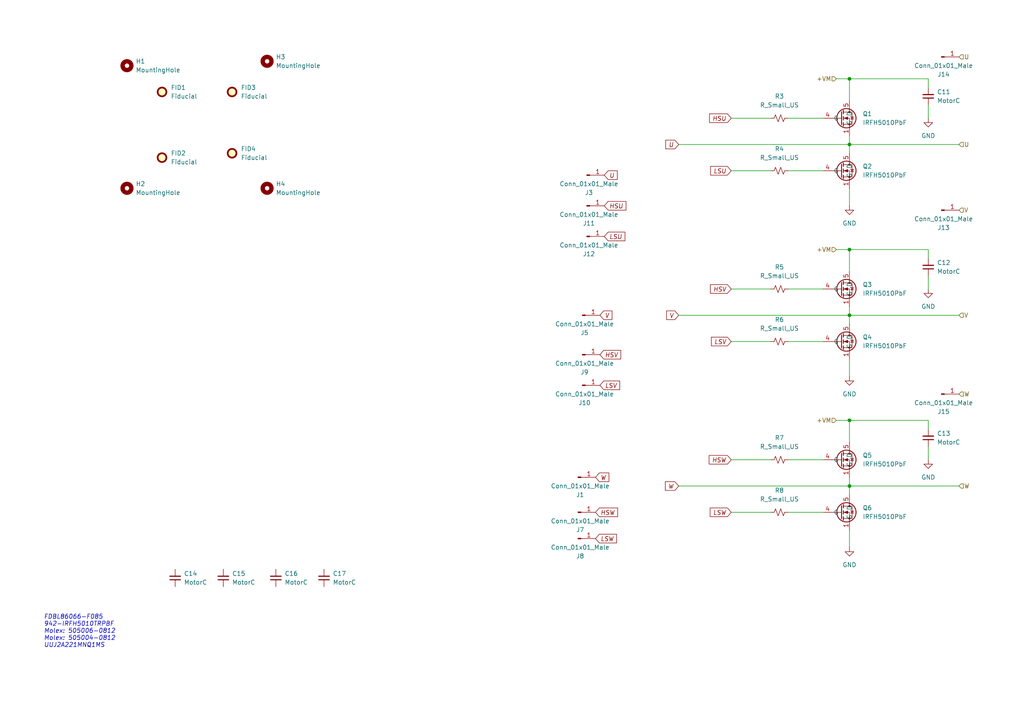
<source format=kicad_sch>
(kicad_sch (version 20211123) (generator eeschema)

  (uuid 3214f77f-0987-492e-82e5-c9d93f72314b)

  (paper "A4")

  (lib_symbols
    (symbol "Connector:Conn_01x01_Male" (pin_names (offset 1.016) hide) (in_bom yes) (on_board yes)
      (property "Reference" "J" (id 0) (at 0 2.54 0)
        (effects (font (size 1.27 1.27)))
      )
      (property "Value" "Conn_01x01_Male" (id 1) (at 0 -2.54 0)
        (effects (font (size 1.27 1.27)))
      )
      (property "Footprint" "" (id 2) (at 0 0 0)
        (effects (font (size 1.27 1.27)) hide)
      )
      (property "Datasheet" "~" (id 3) (at 0 0 0)
        (effects (font (size 1.27 1.27)) hide)
      )
      (property "ki_keywords" "connector" (id 4) (at 0 0 0)
        (effects (font (size 1.27 1.27)) hide)
      )
      (property "ki_description" "Generic connector, single row, 01x01, script generated (kicad-library-utils/schlib/autogen/connector/)" (id 5) (at 0 0 0)
        (effects (font (size 1.27 1.27)) hide)
      )
      (property "ki_fp_filters" "Connector*:*" (id 6) (at 0 0 0)
        (effects (font (size 1.27 1.27)) hide)
      )
      (symbol "Conn_01x01_Male_1_1"
        (polyline
          (pts
            (xy 1.27 0)
            (xy 0.8636 0)
          )
          (stroke (width 0.1524) (type default) (color 0 0 0 0))
          (fill (type none))
        )
        (rectangle (start 0.8636 0.127) (end 0 -0.127)
          (stroke (width 0.1524) (type default) (color 0 0 0 0))
          (fill (type outline))
        )
        (pin passive line (at 5.08 0 180) (length 3.81)
          (name "Pin_1" (effects (font (size 1.27 1.27))))
          (number "1" (effects (font (size 1.27 1.27))))
        )
      )
    )
    (symbol "Device:C_Small" (pin_numbers hide) (pin_names (offset 0.254) hide) (in_bom yes) (on_board yes)
      (property "Reference" "C" (id 0) (at 0.254 1.778 0)
        (effects (font (size 1.27 1.27)) (justify left))
      )
      (property "Value" "C_Small" (id 1) (at 0.254 -2.032 0)
        (effects (font (size 1.27 1.27)) (justify left))
      )
      (property "Footprint" "" (id 2) (at 0 0 0)
        (effects (font (size 1.27 1.27)) hide)
      )
      (property "Datasheet" "~" (id 3) (at 0 0 0)
        (effects (font (size 1.27 1.27)) hide)
      )
      (property "ki_keywords" "capacitor cap" (id 4) (at 0 0 0)
        (effects (font (size 1.27 1.27)) hide)
      )
      (property "ki_description" "Unpolarized capacitor, small symbol" (id 5) (at 0 0 0)
        (effects (font (size 1.27 1.27)) hide)
      )
      (property "ki_fp_filters" "C_*" (id 6) (at 0 0 0)
        (effects (font (size 1.27 1.27)) hide)
      )
      (symbol "C_Small_0_1"
        (polyline
          (pts
            (xy -1.524 -0.508)
            (xy 1.524 -0.508)
          )
          (stroke (width 0.3302) (type default) (color 0 0 0 0))
          (fill (type none))
        )
        (polyline
          (pts
            (xy -1.524 0.508)
            (xy 1.524 0.508)
          )
          (stroke (width 0.3048) (type default) (color 0 0 0 0))
          (fill (type none))
        )
      )
      (symbol "C_Small_1_1"
        (pin passive line (at 0 2.54 270) (length 2.032)
          (name "~" (effects (font (size 1.27 1.27))))
          (number "1" (effects (font (size 1.27 1.27))))
        )
        (pin passive line (at 0 -2.54 90) (length 2.032)
          (name "~" (effects (font (size 1.27 1.27))))
          (number "2" (effects (font (size 1.27 1.27))))
        )
      )
    )
    (symbol "Device:R_Small_US" (pin_numbers hide) (pin_names (offset 0.254) hide) (in_bom yes) (on_board yes)
      (property "Reference" "R" (id 0) (at 0.762 0.508 0)
        (effects (font (size 1.27 1.27)) (justify left))
      )
      (property "Value" "R_Small_US" (id 1) (at 0.762 -1.016 0)
        (effects (font (size 1.27 1.27)) (justify left))
      )
      (property "Footprint" "" (id 2) (at 0 0 0)
        (effects (font (size 1.27 1.27)) hide)
      )
      (property "Datasheet" "~" (id 3) (at 0 0 0)
        (effects (font (size 1.27 1.27)) hide)
      )
      (property "ki_keywords" "r resistor" (id 4) (at 0 0 0)
        (effects (font (size 1.27 1.27)) hide)
      )
      (property "ki_description" "Resistor, small US symbol" (id 5) (at 0 0 0)
        (effects (font (size 1.27 1.27)) hide)
      )
      (property "ki_fp_filters" "R_*" (id 6) (at 0 0 0)
        (effects (font (size 1.27 1.27)) hide)
      )
      (symbol "R_Small_US_1_1"
        (polyline
          (pts
            (xy 0 0)
            (xy 1.016 -0.381)
            (xy 0 -0.762)
            (xy -1.016 -1.143)
            (xy 0 -1.524)
          )
          (stroke (width 0) (type default) (color 0 0 0 0))
          (fill (type none))
        )
        (polyline
          (pts
            (xy 0 1.524)
            (xy 1.016 1.143)
            (xy 0 0.762)
            (xy -1.016 0.381)
            (xy 0 0)
          )
          (stroke (width 0) (type default) (color 0 0 0 0))
          (fill (type none))
        )
        (pin passive line (at 0 2.54 270) (length 1.016)
          (name "~" (effects (font (size 1.27 1.27))))
          (number "1" (effects (font (size 1.27 1.27))))
        )
        (pin passive line (at 0 -2.54 90) (length 1.016)
          (name "~" (effects (font (size 1.27 1.27))))
          (number "2" (effects (font (size 1.27 1.27))))
        )
      )
    )
    (symbol "IRFH5010PbF_1" (in_bom yes) (on_board yes)
      (property "Reference" "Q" (id 0) (at 1.27 16.51 0)
        (effects (font (size 1.27 1.27)))
      )
      (property "Value" "IRFH5010PbF_1" (id 1) (at 1.27 16.51 0)
        (effects (font (size 1.27 1.27)))
      )
      (property "Footprint" "" (id 2) (at 1.27 16.51 0)
        (effects (font (size 1.27 1.27)) hide)
      )
      (property "Datasheet" "" (id 3) (at 1.27 16.51 0)
        (effects (font (size 1.27 1.27)) hide)
      )
      (symbol "IRFH5010PbF_1_0_1"
        (polyline
          (pts
            (xy -1.016 0)
            (xy -3.81 0)
          )
          (stroke (width 0) (type default) (color 0 0 0 0))
          (fill (type none))
        )
        (polyline
          (pts
            (xy -1.016 1.905)
            (xy -1.016 -1.905)
          )
          (stroke (width 0.254) (type default) (color 0 0 0 0))
          (fill (type none))
        )
        (polyline
          (pts
            (xy -0.508 -1.27)
            (xy -0.508 -2.286)
          )
          (stroke (width 0.254) (type default) (color 0 0 0 0))
          (fill (type none))
        )
        (polyline
          (pts
            (xy -0.508 0.508)
            (xy -0.508 -0.508)
          )
          (stroke (width 0.254) (type default) (color 0 0 0 0))
          (fill (type none))
        )
        (polyline
          (pts
            (xy -0.508 2.286)
            (xy -0.508 1.27)
          )
          (stroke (width 0.254) (type default) (color 0 0 0 0))
          (fill (type none))
        )
        (polyline
          (pts
            (xy 1.27 2.54)
            (xy 1.27 1.778)
          )
          (stroke (width 0) (type default) (color 0 0 0 0))
          (fill (type none))
        )
        (polyline
          (pts
            (xy 1.27 -2.54)
            (xy 1.27 0)
            (xy -0.508 0)
          )
          (stroke (width 0) (type default) (color 0 0 0 0))
          (fill (type none))
        )
        (polyline
          (pts
            (xy -0.508 -1.778)
            (xy 2.032 -1.778)
            (xy 2.032 1.778)
            (xy -0.508 1.778)
          )
          (stroke (width 0) (type default) (color 0 0 0 0))
          (fill (type none))
        )
        (polyline
          (pts
            (xy -0.254 0)
            (xy 0.762 0.381)
            (xy 0.762 -0.381)
            (xy -0.254 0)
          )
          (stroke (width 0) (type default) (color 0 0 0 0))
          (fill (type outline))
        )
        (polyline
          (pts
            (xy 1.524 0.508)
            (xy 1.651 0.381)
            (xy 2.413 0.381)
            (xy 2.54 0.254)
          )
          (stroke (width 0) (type default) (color 0 0 0 0))
          (fill (type none))
        )
        (polyline
          (pts
            (xy 2.032 0.381)
            (xy 1.651 -0.254)
            (xy 2.413 -0.254)
            (xy 2.032 0.381)
          )
          (stroke (width 0) (type default) (color 0 0 0 0))
          (fill (type none))
        )
        (circle (center 0.381 0) (radius 2.794)
          (stroke (width 0.254) (type default) (color 0 0 0 0))
          (fill (type none))
        )
        (circle (center 1.27 -1.778) (radius 0.254)
          (stroke (width 0) (type default) (color 0 0 0 0))
          (fill (type outline))
        )
        (circle (center 1.27 1.778) (radius 0.254)
          (stroke (width 0) (type default) (color 0 0 0 0))
          (fill (type outline))
        )
      )
      (symbol "IRFH5010PbF_1_1_1"
        (pin passive line (at 1.27 -5.08 90) (length 2.54)
          (name "S" (effects (font (size 1.27 1.27))))
          (number "1" (effects (font (size 1.27 1.27))))
        )
        (pin input line (at -6.35 0 0) (length 2.54)
          (name "G" (effects (font (size 1.27 1.27))))
          (number "4" (effects (font (size 1.27 1.27))))
        )
        (pin passive line (at 1.27 5.08 270) (length 2.54)
          (name "D" (effects (font (size 1.27 1.27))))
          (number "5" (effects (font (size 1.27 1.27))))
        )
      )
    )
    (symbol "Mechanical:Fiducial" (in_bom yes) (on_board yes)
      (property "Reference" "FID" (id 0) (at 0 5.08 0)
        (effects (font (size 1.27 1.27)))
      )
      (property "Value" "Fiducial" (id 1) (at 0 3.175 0)
        (effects (font (size 1.27 1.27)))
      )
      (property "Footprint" "" (id 2) (at 0 0 0)
        (effects (font (size 1.27 1.27)) hide)
      )
      (property "Datasheet" "~" (id 3) (at 0 0 0)
        (effects (font (size 1.27 1.27)) hide)
      )
      (property "ki_keywords" "fiducial marker" (id 4) (at 0 0 0)
        (effects (font (size 1.27 1.27)) hide)
      )
      (property "ki_description" "Fiducial Marker" (id 5) (at 0 0 0)
        (effects (font (size 1.27 1.27)) hide)
      )
      (property "ki_fp_filters" "Fiducial*" (id 6) (at 0 0 0)
        (effects (font (size 1.27 1.27)) hide)
      )
      (symbol "Fiducial_0_1"
        (circle (center 0 0) (radius 1.27)
          (stroke (width 0.508) (type default) (color 0 0 0 0))
          (fill (type background))
        )
      )
    )
    (symbol "Mechanical:MountingHole" (pin_names (offset 1.016)) (in_bom yes) (on_board yes)
      (property "Reference" "H" (id 0) (at 0 5.08 0)
        (effects (font (size 1.27 1.27)))
      )
      (property "Value" "MountingHole" (id 1) (at 0 3.175 0)
        (effects (font (size 1.27 1.27)))
      )
      (property "Footprint" "" (id 2) (at 0 0 0)
        (effects (font (size 1.27 1.27)) hide)
      )
      (property "Datasheet" "~" (id 3) (at 0 0 0)
        (effects (font (size 1.27 1.27)) hide)
      )
      (property "ki_keywords" "mounting hole" (id 4) (at 0 0 0)
        (effects (font (size 1.27 1.27)) hide)
      )
      (property "ki_description" "Mounting Hole without connection" (id 5) (at 0 0 0)
        (effects (font (size 1.27 1.27)) hide)
      )
      (property "ki_fp_filters" "MountingHole*" (id 6) (at 0 0 0)
        (effects (font (size 1.27 1.27)) hide)
      )
      (symbol "MountingHole_0_1"
        (circle (center 0 0) (radius 1.27)
          (stroke (width 1.27) (type default) (color 0 0 0 0))
          (fill (type none))
        )
      )
    )
    (symbol "power:GND" (power) (pin_names (offset 0)) (in_bom yes) (on_board yes)
      (property "Reference" "#PWR" (id 0) (at 0 -6.35 0)
        (effects (font (size 1.27 1.27)) hide)
      )
      (property "Value" "GND" (id 1) (at 0 -3.81 0)
        (effects (font (size 1.27 1.27)))
      )
      (property "Footprint" "" (id 2) (at 0 0 0)
        (effects (font (size 1.27 1.27)) hide)
      )
      (property "Datasheet" "" (id 3) (at 0 0 0)
        (effects (font (size 1.27 1.27)) hide)
      )
      (property "ki_keywords" "power-flag" (id 4) (at 0 0 0)
        (effects (font (size 1.27 1.27)) hide)
      )
      (property "ki_description" "Power symbol creates a global label with name \"GND\" , ground" (id 5) (at 0 0 0)
        (effects (font (size 1.27 1.27)) hide)
      )
      (symbol "GND_0_1"
        (polyline
          (pts
            (xy 0 0)
            (xy 0 -1.27)
            (xy 1.27 -1.27)
            (xy 0 -2.54)
            (xy -1.27 -1.27)
            (xy 0 -1.27)
          )
          (stroke (width 0) (type default) (color 0 0 0 0))
          (fill (type none))
        )
      )
      (symbol "GND_1_1"
        (pin power_in line (at 0 0 270) (length 0) hide
          (name "GND" (effects (font (size 1.27 1.27))))
          (number "1" (effects (font (size 1.27 1.27))))
        )
      )
    )
  )

  (junction (at 246.38 41.91) (diameter 0) (color 0 0 0 0)
    (uuid 11e7db76-b89e-40f1-93d2-ba526fe14499)
  )
  (junction (at 246.38 91.44) (diameter 0) (color 0 0 0 0)
    (uuid 47314a0d-1c9b-45bc-9e08-b379a25805f0)
  )
  (junction (at 246.38 140.97) (diameter 0) (color 0 0 0 0)
    (uuid 96f5f297-bc86-42d9-a9cc-774a9f289d6b)
  )
  (junction (at 246.38 72.39) (diameter 0) (color 0 0 0 0)
    (uuid b07dc2e4-d48d-44e5-977d-0be387675b63)
  )
  (junction (at 246.38 121.92) (diameter 0) (color 0 0 0 0)
    (uuid b751a44c-44ac-4dc3-9a7f-a32cece4c42f)
  )
  (junction (at 246.38 22.86) (diameter 0) (color 0 0 0 0)
    (uuid d2d1929c-2a9f-4e0e-a3db-05696eaa2a1c)
  )

  (wire (pts (xy 246.38 121.92) (xy 269.24 121.92))
    (stroke (width 0) (type default) (color 0 0 0 0))
    (uuid 0657a492-8c40-472a-8556-a740579dc0b0)
  )
  (wire (pts (xy 196.85 41.91) (xy 246.38 41.91))
    (stroke (width 0) (type default) (color 0 0 0 0))
    (uuid 0bc61850-6a3e-40ca-9815-00e78216e981)
  )
  (wire (pts (xy 212.09 83.82) (xy 223.52 83.82))
    (stroke (width 0) (type default) (color 0 0 0 0))
    (uuid 0e34dd7b-9738-408e-b72a-c687d27678ec)
  )
  (wire (pts (xy 242.57 121.92) (xy 246.38 121.92))
    (stroke (width 0) (type default) (color 0 0 0 0))
    (uuid 0fc13000-e886-4e75-afb2-7d224fde5c7a)
  )
  (wire (pts (xy 246.38 140.97) (xy 246.38 143.51))
    (stroke (width 0) (type default) (color 0 0 0 0))
    (uuid 1007f395-f6ef-4937-b79f-a56a64e4651c)
  )
  (wire (pts (xy 228.6 133.35) (xy 238.76 133.35))
    (stroke (width 0) (type default) (color 0 0 0 0))
    (uuid 1289c094-d17e-497a-87f1-b8474681c4d1)
  )
  (wire (pts (xy 246.38 54.61) (xy 246.38 59.69))
    (stroke (width 0) (type default) (color 0 0 0 0))
    (uuid 2bd70a41-2c76-4bf5-a183-e2f5e6f837b5)
  )
  (wire (pts (xy 269.24 129.54) (xy 269.24 133.35))
    (stroke (width 0) (type default) (color 0 0 0 0))
    (uuid 3c40ea19-0121-4951-a323-f8f4ece34e99)
  )
  (wire (pts (xy 246.38 41.91) (xy 278.13 41.91))
    (stroke (width 0) (type default) (color 0 0 0 0))
    (uuid 433ce07e-4393-4e45-9f55-bfea7dd58b94)
  )
  (wire (pts (xy 246.38 138.43) (xy 246.38 140.97))
    (stroke (width 0) (type default) (color 0 0 0 0))
    (uuid 4c611cf5-d73f-4c73-bf45-3277951a72b8)
  )
  (wire (pts (xy 269.24 80.01) (xy 269.24 83.82))
    (stroke (width 0) (type default) (color 0 0 0 0))
    (uuid 5f8a0e8f-b464-43f6-b044-75a594af533b)
  )
  (wire (pts (xy 246.38 121.92) (xy 246.38 128.27))
    (stroke (width 0) (type default) (color 0 0 0 0))
    (uuid 6fa76265-8d72-42a0-ad89-7beb67fdd15e)
  )
  (wire (pts (xy 242.57 22.86) (xy 246.38 22.86))
    (stroke (width 0) (type default) (color 0 0 0 0))
    (uuid 70172881-8a8d-41bf-8b07-bceb43327f30)
  )
  (wire (pts (xy 269.24 22.86) (xy 269.24 25.4))
    (stroke (width 0) (type default) (color 0 0 0 0))
    (uuid 7109721c-0818-4a63-889a-57e778e397b5)
  )
  (wire (pts (xy 246.38 72.39) (xy 269.24 72.39))
    (stroke (width 0) (type default) (color 0 0 0 0))
    (uuid 74d2fa96-eb9c-4a25-8589-3047ef61ea37)
  )
  (wire (pts (xy 212.09 148.59) (xy 223.52 148.59))
    (stroke (width 0) (type default) (color 0 0 0 0))
    (uuid 76cb9e64-11d6-4e56-89c0-77518baf4eae)
  )
  (wire (pts (xy 228.6 99.06) (xy 238.76 99.06))
    (stroke (width 0) (type default) (color 0 0 0 0))
    (uuid 7e3e7e3b-9a28-4b8a-a121-c2759d852fa7)
  )
  (wire (pts (xy 246.38 41.91) (xy 246.38 44.45))
    (stroke (width 0) (type default) (color 0 0 0 0))
    (uuid 85da042a-1ea9-42b3-ae58-bae4159a4311)
  )
  (wire (pts (xy 246.38 22.86) (xy 246.38 29.21))
    (stroke (width 0) (type default) (color 0 0 0 0))
    (uuid 90a34631-df95-48a5-b021-3fff16f58b77)
  )
  (wire (pts (xy 246.38 72.39) (xy 246.38 78.74))
    (stroke (width 0) (type default) (color 0 0 0 0))
    (uuid 94c88c16-b147-497b-af09-438bc9ae1cb9)
  )
  (wire (pts (xy 196.85 91.44) (xy 246.38 91.44))
    (stroke (width 0) (type default) (color 0 0 0 0))
    (uuid 94fefede-c0c0-4816-a197-5e59f60f3505)
  )
  (wire (pts (xy 246.38 91.44) (xy 246.38 93.98))
    (stroke (width 0) (type default) (color 0 0 0 0))
    (uuid 9fb5c717-ee93-493b-9673-7ab1f67ce13d)
  )
  (wire (pts (xy 228.6 49.53) (xy 238.76 49.53))
    (stroke (width 0) (type default) (color 0 0 0 0))
    (uuid a32021aa-f653-441f-90c5-6f81ab9cc023)
  )
  (wire (pts (xy 246.38 22.86) (xy 269.24 22.86))
    (stroke (width 0) (type default) (color 0 0 0 0))
    (uuid a710e71e-78d5-44cc-b5d9-7d3aaf5930dc)
  )
  (wire (pts (xy 246.38 39.37) (xy 246.38 41.91))
    (stroke (width 0) (type default) (color 0 0 0 0))
    (uuid a82d320e-b3fb-49ac-ad12-bb93e5f1d2e9)
  )
  (wire (pts (xy 212.09 133.35) (xy 223.52 133.35))
    (stroke (width 0) (type default) (color 0 0 0 0))
    (uuid a8c9b268-deed-431a-8f05-c1fe455ad3e3)
  )
  (wire (pts (xy 228.6 34.29) (xy 238.76 34.29))
    (stroke (width 0) (type default) (color 0 0 0 0))
    (uuid a9c7bf2b-5e7b-4fcb-8361-7c6062afa409)
  )
  (wire (pts (xy 269.24 121.92) (xy 269.24 124.46))
    (stroke (width 0) (type default) (color 0 0 0 0))
    (uuid ac388ced-c9c3-432c-bb7b-71d7a64a1df2)
  )
  (wire (pts (xy 246.38 104.14) (xy 246.38 109.22))
    (stroke (width 0) (type default) (color 0 0 0 0))
    (uuid b468f71c-4fbb-46ff-b9f3-e22bdfa596b7)
  )
  (wire (pts (xy 246.38 140.97) (xy 278.13 140.97))
    (stroke (width 0) (type default) (color 0 0 0 0))
    (uuid b5557f0f-046b-44e0-8c0b-afcc7331a809)
  )
  (wire (pts (xy 269.24 72.39) (xy 269.24 74.93))
    (stroke (width 0) (type default) (color 0 0 0 0))
    (uuid b5e87a8f-215e-41a5-b924-c4b7128556aa)
  )
  (wire (pts (xy 228.6 83.82) (xy 238.76 83.82))
    (stroke (width 0) (type default) (color 0 0 0 0))
    (uuid c6bce9bc-7b0b-4609-963c-33e6b9b4b24c)
  )
  (wire (pts (xy 246.38 91.44) (xy 278.13 91.44))
    (stroke (width 0) (type default) (color 0 0 0 0))
    (uuid d11d3114-10aa-4ee9-87a6-3894ced6f9dc)
  )
  (wire (pts (xy 212.09 49.53) (xy 223.52 49.53))
    (stroke (width 0) (type default) (color 0 0 0 0))
    (uuid de288cf6-3bcb-4817-8d87-37d9b6b84a18)
  )
  (wire (pts (xy 212.09 34.29) (xy 223.52 34.29))
    (stroke (width 0) (type default) (color 0 0 0 0))
    (uuid e34929be-df89-4480-911d-e2698e2f2477)
  )
  (wire (pts (xy 269.24 30.48) (xy 269.24 34.29))
    (stroke (width 0) (type default) (color 0 0 0 0))
    (uuid ead712a0-54d1-416b-968a-7aea991c9cf8)
  )
  (wire (pts (xy 246.38 88.9) (xy 246.38 91.44))
    (stroke (width 0) (type default) (color 0 0 0 0))
    (uuid f37bf867-1a71-4b7c-925f-c747106ce732)
  )
  (wire (pts (xy 246.38 153.67) (xy 246.38 158.75))
    (stroke (width 0) (type default) (color 0 0 0 0))
    (uuid f4065c7c-9bbd-48e9-9491-a63ed374013e)
  )
  (wire (pts (xy 196.85 140.97) (xy 246.38 140.97))
    (stroke (width 0) (type default) (color 0 0 0 0))
    (uuid f617a296-9dd1-403e-b505-eb0b0d8b7bd5)
  )
  (wire (pts (xy 242.57 72.39) (xy 246.38 72.39))
    (stroke (width 0) (type default) (color 0 0 0 0))
    (uuid f79310d2-e9c5-429a-8532-60924888da7a)
  )
  (wire (pts (xy 212.09 99.06) (xy 223.52 99.06))
    (stroke (width 0) (type default) (color 0 0 0 0))
    (uuid f7aef4e4-28b1-4fbb-89ee-efc7f9d06e2c)
  )
  (wire (pts (xy 228.6 148.59) (xy 238.76 148.59))
    (stroke (width 0) (type default) (color 0 0 0 0))
    (uuid f9aa14c6-ad70-47cf-900c-06a8642f16c8)
  )

  (text "FDBL86066-F085\n942-IRFH5010TRPBF\nMolex: 505006-0812\nMolex: 505004-0812\nUUJ2A221MNQ1MS\n"
    (at 12.7 187.96 0)
    (effects (font (size 1.27 1.27) italic) (justify left bottom))
    (uuid 40b9a7f1-b0fc-4af8-aaa8-77dcb64367c7)
  )

  (global_label "HSW" (shape input) (at 212.09 133.35 180) (fields_autoplaced)
    (effects (font (size 1.27 1.27) italic) (justify right))
    (uuid 0509bb6b-ada0-42dc-9efe-dd7868812a34)
    (property "Intersheet References" "${INTERSHEET_REFS}" (id 0) (at 205.4299 133.4294 0)
      (effects (font (size 1.27 1.27) italic) (justify right) hide)
    )
  )
  (global_label "LSV" (shape input) (at 212.09 99.06 180) (fields_autoplaced)
    (effects (font (size 1.27 1.27) italic) (justify right))
    (uuid 114f81a5-14ed-4d33-9872-1157ac6b3ec8)
    (property "Intersheet References" "${INTERSHEET_REFS}" (id 0) (at 206.0951 99.1394 0)
      (effects (font (size 1.27 1.27) italic) (justify right) hide)
    )
  )
  (global_label "LSW" (shape input) (at 172.72 156.21 0) (fields_autoplaced)
    (effects (font (size 1.27 1.27) italic) (justify left))
    (uuid 1c49a349-3930-4c90-8240-62086f8099f2)
    (property "Intersheet References" "${INTERSHEET_REFS}" (id 0) (at 179.0777 156.1306 0)
      (effects (font (size 1.27 1.27) italic) (justify left) hide)
    )
  )
  (global_label "U" (shape input) (at 196.85 41.91 180) (fields_autoplaced)
    (effects (font (size 1.27 1.27) italic) (justify right))
    (uuid 2bb75807-4f7d-41e3-9103-7a03c8632794)
    (property "Intersheet References" "${INTERSHEET_REFS}" (id 0) (at 192.8508 41.9894 0)
      (effects (font (size 1.27 1.27) italic) (justify right) hide)
    )
  )
  (global_label "W" (shape input) (at 172.72 138.43 0) (fields_autoplaced)
    (effects (font (size 1.27 1.27) italic) (justify left))
    (uuid 2edf3705-2eda-4bef-bfb6-539bb948f63b)
    (property "Intersheet References" "${INTERSHEET_REFS}" (id 0) (at 176.8401 138.3506 0)
      (effects (font (size 1.27 1.27) italic) (justify left) hide)
    )
  )
  (global_label "HSU" (shape input) (at 212.09 34.29 180) (fields_autoplaced)
    (effects (font (size 1.27 1.27) italic) (justify right))
    (uuid 38b0e256-7ab5-42c8-9eeb-5277e8612b49)
    (property "Intersheet References" "${INTERSHEET_REFS}" (id 0) (at 205.5508 34.3694 0)
      (effects (font (size 1.27 1.27) italic) (justify right) hide)
    )
  )
  (global_label "HSV" (shape input) (at 173.99 102.87 0) (fields_autoplaced)
    (effects (font (size 1.27 1.27) italic) (justify left))
    (uuid 48142eaa-7210-4390-91e8-e59685a2b4d4)
    (property "Intersheet References" "${INTERSHEET_REFS}" (id 0) (at 180.2873 102.7906 0)
      (effects (font (size 1.27 1.27) italic) (justify left) hide)
    )
  )
  (global_label "LSV" (shape input) (at 173.99 111.76 0) (fields_autoplaced)
    (effects (font (size 1.27 1.27) italic) (justify left))
    (uuid 668fc953-8c0c-4bd8-9ef7-16576de054cd)
    (property "Intersheet References" "${INTERSHEET_REFS}" (id 0) (at 179.9849 111.6806 0)
      (effects (font (size 1.27 1.27) italic) (justify left) hide)
    )
  )
  (global_label "LSU" (shape input) (at 212.09 49.53 180) (fields_autoplaced)
    (effects (font (size 1.27 1.27) italic) (justify right))
    (uuid 702243b5-4d40-4008-ab5b-a28ed79b5a1b)
    (property "Intersheet References" "${INTERSHEET_REFS}" (id 0) (at 205.8532 49.6094 0)
      (effects (font (size 1.27 1.27) italic) (justify right) hide)
    )
  )
  (global_label "V" (shape input) (at 196.85 91.44 180) (fields_autoplaced)
    (effects (font (size 1.27 1.27) italic) (justify right))
    (uuid 9af4f46a-469b-4401-a80b-56ddee34b98a)
    (property "Intersheet References" "${INTERSHEET_REFS}" (id 0) (at 193.0927 91.5194 0)
      (effects (font (size 1.27 1.27) italic) (justify right) hide)
    )
  )
  (global_label "LSU" (shape input) (at 175.26 68.58 0) (fields_autoplaced)
    (effects (font (size 1.27 1.27) italic) (justify left))
    (uuid ac3eb248-f907-46c0-9bca-68cf7bdbc826)
    (property "Intersheet References" "${INTERSHEET_REFS}" (id 0) (at 181.4968 68.5006 0)
      (effects (font (size 1.27 1.27) italic) (justify left) hide)
    )
  )
  (global_label "HSU" (shape input) (at 175.26 59.69 0) (fields_autoplaced)
    (effects (font (size 1.27 1.27) italic) (justify left))
    (uuid ac85aca2-bcf5-4b98-8f28-ea96725b0922)
    (property "Intersheet References" "${INTERSHEET_REFS}" (id 0) (at 181.7992 59.6106 0)
      (effects (font (size 1.27 1.27) italic) (justify left) hide)
    )
  )
  (global_label "U" (shape input) (at 175.26 50.8 0) (fields_autoplaced)
    (effects (font (size 1.27 1.27) italic) (justify left))
    (uuid c08833ff-df18-4354-bdaa-277033dc25e3)
    (property "Intersheet References" "${INTERSHEET_REFS}" (id 0) (at 179.2592 50.7206 0)
      (effects (font (size 1.27 1.27) italic) (justify left) hide)
    )
  )
  (global_label "LSW" (shape input) (at 212.09 148.59 180) (fields_autoplaced)
    (effects (font (size 1.27 1.27) italic) (justify right))
    (uuid d0d4e3dc-d756-42e2-8e89-dbbcd36c39a1)
    (property "Intersheet References" "${INTERSHEET_REFS}" (id 0) (at 205.7323 148.6694 0)
      (effects (font (size 1.27 1.27) italic) (justify right) hide)
    )
  )
  (global_label "V" (shape input) (at 173.99 91.44 0) (fields_autoplaced)
    (effects (font (size 1.27 1.27) italic) (justify left))
    (uuid d5ef87c8-ede8-48aa-b156-3ed9f16ffa5a)
    (property "Intersheet References" "${INTERSHEET_REFS}" (id 0) (at 177.7473 91.3606 0)
      (effects (font (size 1.27 1.27) italic) (justify left) hide)
    )
  )
  (global_label "HSV" (shape input) (at 212.09 83.82 180) (fields_autoplaced)
    (effects (font (size 1.27 1.27) italic) (justify right))
    (uuid e38a5233-3ea0-49d8-bf09-52f66c6773c3)
    (property "Intersheet References" "${INTERSHEET_REFS}" (id 0) (at 205.7927 83.8994 0)
      (effects (font (size 1.27 1.27) italic) (justify right) hide)
    )
  )
  (global_label "HSW" (shape input) (at 172.72 148.59 0) (fields_autoplaced)
    (effects (font (size 1.27 1.27) italic) (justify left))
    (uuid ec8aeedc-ff1f-44ab-8f6d-39dbe84fbcb9)
    (property "Intersheet References" "${INTERSHEET_REFS}" (id 0) (at 179.3801 148.5106 0)
      (effects (font (size 1.27 1.27) italic) (justify left) hide)
    )
  )
  (global_label "W" (shape input) (at 196.85 140.97 180) (fields_autoplaced)
    (effects (font (size 1.27 1.27) italic) (justify right))
    (uuid ef0d4a6d-0970-4337-8e7e-aa87a16fefe0)
    (property "Intersheet References" "${INTERSHEET_REFS}" (id 0) (at 192.7299 141.0494 0)
      (effects (font (size 1.27 1.27) italic) (justify right) hide)
    )
  )

  (hierarchical_label "V" (shape input) (at 278.13 91.44 0)
    (effects (font (size 1.27 1.27)) (justify left))
    (uuid 472cafaf-f929-47eb-a786-9bf19f5f513f)
  )
  (hierarchical_label "+VM" (shape input) (at 242.57 72.39 180)
    (effects (font (size 1.27 1.27)) (justify right))
    (uuid 56a2233b-c787-4074-beb1-546f21a1e82f)
  )
  (hierarchical_label "U" (shape input) (at 278.13 41.91 0)
    (effects (font (size 1.27 1.27)) (justify left))
    (uuid 5d91bb44-094e-4e77-aede-55562a5469ce)
  )
  (hierarchical_label "W" (shape input) (at 278.13 114.3 0)
    (effects (font (size 1.27 1.27)) (justify left))
    (uuid 70890396-2112-4ee6-bec2-c9f0a469b36b)
  )
  (hierarchical_label "V" (shape input) (at 278.13 60.96 0)
    (effects (font (size 1.27 1.27)) (justify left))
    (uuid 785dba5a-38c4-448b-a651-794b80dce0cb)
  )
  (hierarchical_label "W" (shape input) (at 278.13 140.97 0)
    (effects (font (size 1.27 1.27)) (justify left))
    (uuid b37c9f91-d25c-4960-8f3d-909cbd389d89)
  )
  (hierarchical_label "+VM" (shape input) (at 242.57 121.92 180)
    (effects (font (size 1.27 1.27)) (justify right))
    (uuid c2b063e4-639e-4c36-ba18-4733f7344457)
  )
  (hierarchical_label "U" (shape input) (at 278.13 16.51 0)
    (effects (font (size 1.27 1.27)) (justify left))
    (uuid cb6ff50c-5836-4400-a831-d41cdd0a35a2)
  )
  (hierarchical_label "+VM" (shape input) (at 242.57 22.86 180)
    (effects (font (size 1.27 1.27)) (justify right))
    (uuid e551b681-2a42-4888-8f67-67e006998577)
  )

  (symbol (lib_id "Connector:Conn_01x01_Male") (at 273.05 16.51 0) (unit 1)
    (in_bom yes) (on_board yes) (fields_autoplaced)
    (uuid 0489d588-ce62-40ae-97ee-1aa4f240bc3a)
    (property "Reference" "J14" (id 0) (at 273.685 21.59 0))
    (property "Value" "Conn_01x01_Male" (id 1) (at 273.685 19.05 0))
    (property "Footprint" "Connector_Wire:SolderWirePad_1x01_SMD_5x10mm" (id 2) (at 273.05 16.51 0)
      (effects (font (size 1.27 1.27)) hide)
    )
    (property "Datasheet" "~" (id 3) (at 273.05 16.51 0)
      (effects (font (size 1.27 1.27)) hide)
    )
    (pin "1" (uuid 7a6813c0-1ec3-4e79-991f-d0e3cef98494))
  )

  (symbol (lib_id "Mechanical:Fiducial") (at 67.31 26.67 0) (unit 1)
    (in_bom yes) (on_board yes) (fields_autoplaced)
    (uuid 0864ce7e-b567-4ba2-a1fc-94615b34b5c9)
    (property "Reference" "FID3" (id 0) (at 69.85 25.3999 0)
      (effects (font (size 1.27 1.27)) (justify left))
    )
    (property "Value" "Fiducial" (id 1) (at 69.85 27.9399 0)
      (effects (font (size 1.27 1.27)) (justify left))
    )
    (property "Footprint" "Fiducial:Fiducial_0.5mm_Mask1mm" (id 2) (at 67.31 26.67 0)
      (effects (font (size 1.27 1.27)) hide)
    )
    (property "Datasheet" "~" (id 3) (at 67.31 26.67 0)
      (effects (font (size 1.27 1.27)) hide)
    )
  )

  (symbol (lib_id "Connector:Conn_01x01_Male") (at 168.91 91.44 0) (unit 1)
    (in_bom yes) (on_board yes) (fields_autoplaced)
    (uuid 18b07ff6-1de1-459e-b1b4-07fba01919c7)
    (property "Reference" "J5" (id 0) (at 169.545 96.52 0))
    (property "Value" "Conn_01x01_Male" (id 1) (at 169.545 93.98 0))
    (property "Footprint" "Connector_Wire:SolderWirePad_1x01_SMD_1x2mm" (id 2) (at 168.91 91.44 0)
      (effects (font (size 1.27 1.27)) hide)
    )
    (property "Datasheet" "~" (id 3) (at 168.91 91.44 0)
      (effects (font (size 1.27 1.27)) hide)
    )
    (pin "1" (uuid 3efcf1e6-f26f-488f-9a24-1986d771e52a))
  )

  (symbol (lib_id "Device:C_Small") (at 269.24 77.47 180) (unit 1)
    (in_bom yes) (on_board yes) (fields_autoplaced)
    (uuid 1e47391b-0cd5-40f8-9413-ac5e7894cdc9)
    (property "Reference" "C12" (id 0) (at 271.78 76.1935 0)
      (effects (font (size 1.27 1.27)) (justify right))
    )
    (property "Value" "MotorC" (id 1) (at 271.78 78.7335 0)
      (effects (font (size 1.27 1.27)) (justify right))
    )
    (property "Footprint" "Capacitor_SMD:C_1812_4532Metric" (id 2) (at 269.24 77.47 0)
      (effects (font (size 1.27 1.27)) hide)
    )
    (property "Datasheet" "~" (id 3) (at 269.24 77.47 0)
      (effects (font (size 1.27 1.27)) hide)
    )
    (pin "1" (uuid 6c3cb4f2-a1b2-413e-b408-2a1c6678ab7f))
    (pin "2" (uuid 03f8d5c4-4ec9-4cc7-830d-78c9d729e751))
  )

  (symbol (lib_id "power:GND") (at 246.38 59.69 0) (unit 1)
    (in_bom yes) (on_board yes) (fields_autoplaced)
    (uuid 260659f3-23ec-45b9-b93e-380772ab7aa6)
    (property "Reference" "#PWR09" (id 0) (at 246.38 66.04 0)
      (effects (font (size 1.27 1.27)) hide)
    )
    (property "Value" "GND" (id 1) (at 246.38 64.77 0))
    (property "Footprint" "" (id 2) (at 246.38 59.69 0)
      (effects (font (size 1.27 1.27)) hide)
    )
    (property "Datasheet" "" (id 3) (at 246.38 59.69 0)
      (effects (font (size 1.27 1.27)) hide)
    )
    (pin "1" (uuid a6060ec9-6b35-4581-8e10-0bc1bbcf8423))
  )

  (symbol (lib_id "Device:R_Small_US") (at 226.06 148.59 90) (unit 1)
    (in_bom yes) (on_board yes) (fields_autoplaced)
    (uuid 277ceead-f68b-414f-99d2-fbc8f05a687f)
    (property "Reference" "R8" (id 0) (at 226.06 142.24 90))
    (property "Value" "R_Small_US" (id 1) (at 226.06 144.78 90))
    (property "Footprint" "Resistor_SMD:R_0603_1608Metric" (id 2) (at 226.06 148.59 0)
      (effects (font (size 1.27 1.27)) hide)
    )
    (property "Datasheet" "~" (id 3) (at 226.06 148.59 0)
      (effects (font (size 1.27 1.27)) hide)
    )
    (pin "1" (uuid d6af4efa-6724-40f4-a11c-b71373e61a95))
    (pin "2" (uuid 951446d6-a5a3-4434-bab5-b9651a6a991f))
  )

  (symbol (lib_id "Device:C_Small") (at 50.8 167.64 180) (unit 1)
    (in_bom yes) (on_board yes) (fields_autoplaced)
    (uuid 2883885e-cbc7-4fb4-8c01-64dc2d3be432)
    (property "Reference" "C14" (id 0) (at 53.34 166.3635 0)
      (effects (font (size 1.27 1.27)) (justify right))
    )
    (property "Value" "MotorC" (id 1) (at 53.34 168.9035 0)
      (effects (font (size 1.27 1.27)) (justify right))
    )
    (property "Footprint" "Capacitor_SMD:C_Elec_8x5.4" (id 2) (at 50.8 167.64 0)
      (effects (font (size 1.27 1.27)) hide)
    )
    (property "Datasheet" "~" (id 3) (at 50.8 167.64 0)
      (effects (font (size 1.27 1.27)) hide)
    )
    (pin "1" (uuid 4e80e8e7-d69b-4a67-8527-c1857cd696aa))
    (pin "2" (uuid 24c6b8aa-f62b-47ab-a583-0f125ffe91c0))
  )

  (symbol (lib_id "Device:R_Small_US") (at 226.06 99.06 90) (unit 1)
    (in_bom yes) (on_board yes) (fields_autoplaced)
    (uuid 29d15072-494e-40ac-a4db-8c106a056732)
    (property "Reference" "R6" (id 0) (at 226.06 92.71 90))
    (property "Value" "R_Small_US" (id 1) (at 226.06 95.25 90))
    (property "Footprint" "Resistor_SMD:R_0603_1608Metric" (id 2) (at 226.06 99.06 0)
      (effects (font (size 1.27 1.27)) hide)
    )
    (property "Datasheet" "~" (id 3) (at 226.06 99.06 0)
      (effects (font (size 1.27 1.27)) hide)
    )
    (pin "1" (uuid 55c1985a-da4b-4725-897d-350bceb0cbcd))
    (pin "2" (uuid 324d91d0-e049-41dc-a40f-7859bb8a637e))
  )

  (symbol (lib_name "IRFH5010PbF_1") (lib_id "SiFOCR:IRFH5010PbF") (at 245.11 133.35 0) (unit 1)
    (in_bom yes) (on_board yes) (fields_autoplaced)
    (uuid 2b7fdf82-b869-4563-bf0a-ceb1cb6dfbb8)
    (property "Reference" "Q5" (id 0) (at 250.19 132.0799 0)
      (effects (font (size 1.27 1.27)) (justify left))
    )
    (property "Value" "IRFH5010PbF" (id 1) (at 250.19 134.6199 0)
      (effects (font (size 1.27 1.27)) (justify left))
    )
    (property "Footprint" "SiFOCR:IRFH5010PbF" (id 2) (at 246.38 116.84 0)
      (effects (font (size 1.27 1.27)) hide)
    )
    (property "Datasheet" "" (id 3) (at 246.38 116.84 0)
      (effects (font (size 1.27 1.27)) hide)
    )
    (pin "1" (uuid afc2b7a6-3638-4236-9c50-45cb449bf202))
    (pin "4" (uuid eb0e74c4-3202-49ab-9ef3-b2e8ea7aea60))
    (pin "5" (uuid 2ba0a075-674e-43b4-a9ae-c751ad676fa1))
  )

  (symbol (lib_id "Connector:Conn_01x01_Male") (at 167.64 156.21 0) (unit 1)
    (in_bom yes) (on_board yes) (fields_autoplaced)
    (uuid 2e7a1403-2513-4579-b436-f6934aaa9ce0)
    (property "Reference" "J8" (id 0) (at 168.275 161.29 0))
    (property "Value" "Conn_01x01_Male" (id 1) (at 168.275 158.75 0))
    (property "Footprint" "Connector_Wire:SolderWirePad_1x01_SMD_1x2mm" (id 2) (at 167.64 156.21 0)
      (effects (font (size 1.27 1.27)) hide)
    )
    (property "Datasheet" "~" (id 3) (at 167.64 156.21 0)
      (effects (font (size 1.27 1.27)) hide)
    )
    (pin "1" (uuid 88a3646d-30a5-4ea8-b07e-c36fa6fb91f7))
  )

  (symbol (lib_id "power:GND") (at 246.38 109.22 0) (unit 1)
    (in_bom yes) (on_board yes) (fields_autoplaced)
    (uuid 34a2b52a-85cf-407c-b2ea-1e1bf989f4ff)
    (property "Reference" "#PWR010" (id 0) (at 246.38 115.57 0)
      (effects (font (size 1.27 1.27)) hide)
    )
    (property "Value" "GND" (id 1) (at 246.38 114.3 0))
    (property "Footprint" "" (id 2) (at 246.38 109.22 0)
      (effects (font (size 1.27 1.27)) hide)
    )
    (property "Datasheet" "" (id 3) (at 246.38 109.22 0)
      (effects (font (size 1.27 1.27)) hide)
    )
    (pin "1" (uuid 7084f64a-bde6-40de-949e-8cf2539a9ff1))
  )

  (symbol (lib_id "Mechanical:Fiducial") (at 46.99 45.72 0) (unit 1)
    (in_bom yes) (on_board yes) (fields_autoplaced)
    (uuid 34f69a53-5dc4-481d-b5ca-56f5a1c4d421)
    (property "Reference" "FID2" (id 0) (at 49.53 44.4499 0)
      (effects (font (size 1.27 1.27)) (justify left))
    )
    (property "Value" "Fiducial" (id 1) (at 49.53 46.9899 0)
      (effects (font (size 1.27 1.27)) (justify left))
    )
    (property "Footprint" "Fiducial:Fiducial_0.5mm_Mask1mm" (id 2) (at 46.99 45.72 0)
      (effects (font (size 1.27 1.27)) hide)
    )
    (property "Datasheet" "~" (id 3) (at 46.99 45.72 0)
      (effects (font (size 1.27 1.27)) hide)
    )
  )

  (symbol (lib_id "power:GND") (at 269.24 34.29 0) (unit 1)
    (in_bom yes) (on_board yes) (fields_autoplaced)
    (uuid 406a2a54-5f92-458d-8e59-7f25da017a69)
    (property "Reference" "#PWR012" (id 0) (at 269.24 40.64 0)
      (effects (font (size 1.27 1.27)) hide)
    )
    (property "Value" "GND" (id 1) (at 269.24 39.37 0))
    (property "Footprint" "" (id 2) (at 269.24 34.29 0)
      (effects (font (size 1.27 1.27)) hide)
    )
    (property "Datasheet" "" (id 3) (at 269.24 34.29 0)
      (effects (font (size 1.27 1.27)) hide)
    )
    (pin "1" (uuid da2bb33e-3cbe-4fbb-880c-2375a02e66f0))
  )

  (symbol (lib_id "Device:C_Small") (at 93.98 167.64 180) (unit 1)
    (in_bom yes) (on_board yes) (fields_autoplaced)
    (uuid 4b6088f9-74e4-4c6f-8074-21e3ce3148a8)
    (property "Reference" "C17" (id 0) (at 96.52 166.3635 0)
      (effects (font (size 1.27 1.27)) (justify right))
    )
    (property "Value" "MotorC" (id 1) (at 96.52 168.9035 0)
      (effects (font (size 1.27 1.27)) (justify right))
    )
    (property "Footprint" "Capacitor_SMD:C_Elec_8x5.4" (id 2) (at 93.98 167.64 0)
      (effects (font (size 1.27 1.27)) hide)
    )
    (property "Datasheet" "~" (id 3) (at 93.98 167.64 0)
      (effects (font (size 1.27 1.27)) hide)
    )
    (pin "1" (uuid b9e2edcb-4a7a-4430-94ce-ff9eb798b282))
    (pin "2" (uuid 70a9ff13-9eef-4fc7-92bc-1ae0da273eaa))
  )

  (symbol (lib_id "Device:R_Small_US") (at 226.06 49.53 90) (unit 1)
    (in_bom yes) (on_board yes) (fields_autoplaced)
    (uuid 505bd64b-c502-4cc3-854f-deb323049d8d)
    (property "Reference" "R4" (id 0) (at 226.06 43.18 90))
    (property "Value" "R_Small_US" (id 1) (at 226.06 45.72 90))
    (property "Footprint" "Resistor_SMD:R_0603_1608Metric" (id 2) (at 226.06 49.53 0)
      (effects (font (size 1.27 1.27)) hide)
    )
    (property "Datasheet" "~" (id 3) (at 226.06 49.53 0)
      (effects (font (size 1.27 1.27)) hide)
    )
    (pin "1" (uuid 5b44e55a-6d59-48b0-a202-d89f178f7a7e))
    (pin "2" (uuid d0dcdc26-d9a0-4039-a12e-b90dbc4b15a2))
  )

  (symbol (lib_id "Connector:Conn_01x01_Male") (at 170.18 59.69 0) (unit 1)
    (in_bom yes) (on_board yes) (fields_autoplaced)
    (uuid 5fb1def5-7ea8-49dc-b3a9-cbf9d869d607)
    (property "Reference" "J11" (id 0) (at 170.815 64.77 0))
    (property "Value" "Conn_01x01_Male" (id 1) (at 170.815 62.23 0))
    (property "Footprint" "Connector_Wire:SolderWirePad_1x01_SMD_1x2mm" (id 2) (at 170.18 59.69 0)
      (effects (font (size 1.27 1.27)) hide)
    )
    (property "Datasheet" "~" (id 3) (at 170.18 59.69 0)
      (effects (font (size 1.27 1.27)) hide)
    )
    (pin "1" (uuid 53ae646a-0584-409f-8655-1f0b68d31f5e))
  )

  (symbol (lib_id "Device:R_Small_US") (at 226.06 34.29 90) (unit 1)
    (in_bom yes) (on_board yes) (fields_autoplaced)
    (uuid 615ce9c4-c565-4c0d-ac1c-fafaddb743d3)
    (property "Reference" "R3" (id 0) (at 226.06 27.94 90))
    (property "Value" "R_Small_US" (id 1) (at 226.06 30.48 90))
    (property "Footprint" "Resistor_SMD:R_0603_1608Metric" (id 2) (at 226.06 34.29 0)
      (effects (font (size 1.27 1.27)) hide)
    )
    (property "Datasheet" "~" (id 3) (at 226.06 34.29 0)
      (effects (font (size 1.27 1.27)) hide)
    )
    (pin "1" (uuid 27e50ab7-c1eb-418d-8e46-c8e838bf714d))
    (pin "2" (uuid de146735-e875-4a7f-8668-11dfb90ca69d))
  )

  (symbol (lib_name "IRFH5010PbF_1") (lib_id "SiFOCR:IRFH5010PbF") (at 245.11 99.06 0) (unit 1)
    (in_bom yes) (on_board yes) (fields_autoplaced)
    (uuid 624dc2dc-d63d-4ae5-afea-dd6933048b9a)
    (property "Reference" "Q4" (id 0) (at 250.19 97.7899 0)
      (effects (font (size 1.27 1.27)) (justify left))
    )
    (property "Value" "IRFH5010PbF" (id 1) (at 250.19 100.3299 0)
      (effects (font (size 1.27 1.27)) (justify left))
    )
    (property "Footprint" "SiFOCR:IRFH5010PbF" (id 2) (at 246.38 82.55 0)
      (effects (font (size 1.27 1.27)) hide)
    )
    (property "Datasheet" "" (id 3) (at 246.38 82.55 0)
      (effects (font (size 1.27 1.27)) hide)
    )
    (pin "1" (uuid dd35ee89-daae-4325-95ab-dbe4d83e3e52))
    (pin "4" (uuid 957183f4-308c-48bb-802b-74e21f481424))
    (pin "5" (uuid e86cd041-80b3-4d54-af37-cdd22e514172))
  )

  (symbol (lib_id "Device:R_Small_US") (at 226.06 133.35 90) (unit 1)
    (in_bom yes) (on_board yes) (fields_autoplaced)
    (uuid 63db7e1f-db43-4448-ada5-9d1b53b591b3)
    (property "Reference" "R7" (id 0) (at 226.06 127 90))
    (property "Value" "R_Small_US" (id 1) (at 226.06 129.54 90))
    (property "Footprint" "Resistor_SMD:R_0603_1608Metric" (id 2) (at 226.06 133.35 0)
      (effects (font (size 1.27 1.27)) hide)
    )
    (property "Datasheet" "~" (id 3) (at 226.06 133.35 0)
      (effects (font (size 1.27 1.27)) hide)
    )
    (pin "1" (uuid c4155945-c79f-42c1-9bed-73b84e7fbc96))
    (pin "2" (uuid c5de9133-0515-4d20-b18b-185d3f1b813e))
  )

  (symbol (lib_id "Connector:Conn_01x01_Male") (at 170.18 68.58 0) (unit 1)
    (in_bom yes) (on_board yes) (fields_autoplaced)
    (uuid 6853df8c-3491-44d5-b69f-4ca9cbe94eed)
    (property "Reference" "J12" (id 0) (at 170.815 73.66 0))
    (property "Value" "Conn_01x01_Male" (id 1) (at 170.815 71.12 0))
    (property "Footprint" "Connector_Wire:SolderWirePad_1x01_SMD_1x2mm" (id 2) (at 170.18 68.58 0)
      (effects (font (size 1.27 1.27)) hide)
    )
    (property "Datasheet" "~" (id 3) (at 170.18 68.58 0)
      (effects (font (size 1.27 1.27)) hide)
    )
    (pin "1" (uuid 0c701839-e0c0-4ce3-9010-e6dcd5f568ca))
  )

  (symbol (lib_name "IRFH5010PbF_1") (lib_id "SiFOCR:IRFH5010PbF") (at 245.11 34.29 0) (unit 1)
    (in_bom yes) (on_board yes) (fields_autoplaced)
    (uuid 6b0d9556-65e8-45c5-af8b-8a910e889956)
    (property "Reference" "Q1" (id 0) (at 250.19 33.0199 0)
      (effects (font (size 1.27 1.27)) (justify left))
    )
    (property "Value" "IRFH5010PbF" (id 1) (at 250.19 35.5599 0)
      (effects (font (size 1.27 1.27)) (justify left))
    )
    (property "Footprint" "SiFOCR:IRFH5010PbF" (id 2) (at 246.38 17.78 0)
      (effects (font (size 1.27 1.27)) hide)
    )
    (property "Datasheet" "" (id 3) (at 246.38 17.78 0)
      (effects (font (size 1.27 1.27)) hide)
    )
    (pin "1" (uuid 865d49d5-39bd-4039-b1f7-1a5e68bb99d5))
    (pin "4" (uuid 69f39f0e-eab2-4c84-a9a5-9777bcc1ad6c))
    (pin "5" (uuid 72c89e85-fee8-4466-b9aa-c39a53c2fb76))
  )

  (symbol (lib_id "power:GND") (at 269.24 133.35 0) (unit 1)
    (in_bom yes) (on_board yes) (fields_autoplaced)
    (uuid 6d5876ab-24ae-4a62-b18a-6ec4ed12c5b7)
    (property "Reference" "#PWR014" (id 0) (at 269.24 139.7 0)
      (effects (font (size 1.27 1.27)) hide)
    )
    (property "Value" "GND" (id 1) (at 269.24 138.43 0))
    (property "Footprint" "" (id 2) (at 269.24 133.35 0)
      (effects (font (size 1.27 1.27)) hide)
    )
    (property "Datasheet" "" (id 3) (at 269.24 133.35 0)
      (effects (font (size 1.27 1.27)) hide)
    )
    (pin "1" (uuid c47c2ee0-e133-4539-b92c-743223a2ab00))
  )

  (symbol (lib_id "Device:C_Small") (at 64.77 167.64 180) (unit 1)
    (in_bom yes) (on_board yes) (fields_autoplaced)
    (uuid 706a28de-db4d-45af-904f-d7d7959b798c)
    (property "Reference" "C15" (id 0) (at 67.31 166.3635 0)
      (effects (font (size 1.27 1.27)) (justify right))
    )
    (property "Value" "MotorC" (id 1) (at 67.31 168.9035 0)
      (effects (font (size 1.27 1.27)) (justify right))
    )
    (property "Footprint" "Capacitor_SMD:C_Elec_8x5.4" (id 2) (at 64.77 167.64 0)
      (effects (font (size 1.27 1.27)) hide)
    )
    (property "Datasheet" "~" (id 3) (at 64.77 167.64 0)
      (effects (font (size 1.27 1.27)) hide)
    )
    (pin "1" (uuid 2e8ae436-56e4-47c8-83a5-e6eba94d64d2))
    (pin "2" (uuid 77bb211d-0519-4309-97be-60b26f1fffd8))
  )

  (symbol (lib_id "Device:C_Small") (at 269.24 27.94 180) (unit 1)
    (in_bom yes) (on_board yes) (fields_autoplaced)
    (uuid 78b99046-fbb0-4de7-ac91-66c26e194096)
    (property "Reference" "C11" (id 0) (at 271.78 26.6635 0)
      (effects (font (size 1.27 1.27)) (justify right))
    )
    (property "Value" "MotorC" (id 1) (at 271.78 29.2035 0)
      (effects (font (size 1.27 1.27)) (justify right))
    )
    (property "Footprint" "Capacitor_SMD:C_1812_4532Metric" (id 2) (at 269.24 27.94 0)
      (effects (font (size 1.27 1.27)) hide)
    )
    (property "Datasheet" "~" (id 3) (at 269.24 27.94 0)
      (effects (font (size 1.27 1.27)) hide)
    )
    (pin "1" (uuid 88f79773-b99d-418b-aa43-11bb3cf86688))
    (pin "2" (uuid 2aaf9e7c-1a1d-4a9a-8f83-f27e101913c4))
  )

  (symbol (lib_id "Mechanical:Fiducial") (at 46.99 26.67 0) (unit 1)
    (in_bom yes) (on_board yes) (fields_autoplaced)
    (uuid 7ad660e4-1dec-4a27-9b22-ba140e72223c)
    (property "Reference" "FID1" (id 0) (at 49.53 25.3999 0)
      (effects (font (size 1.27 1.27)) (justify left))
    )
    (property "Value" "Fiducial" (id 1) (at 49.53 27.9399 0)
      (effects (font (size 1.27 1.27)) (justify left))
    )
    (property "Footprint" "Fiducial:Fiducial_0.5mm_Mask1mm" (id 2) (at 46.99 26.67 0)
      (effects (font (size 1.27 1.27)) hide)
    )
    (property "Datasheet" "~" (id 3) (at 46.99 26.67 0)
      (effects (font (size 1.27 1.27)) hide)
    )
  )

  (symbol (lib_name "IRFH5010PbF_1") (lib_id "SiFOCR:IRFH5010PbF") (at 245.11 148.59 0) (unit 1)
    (in_bom yes) (on_board yes) (fields_autoplaced)
    (uuid 7f8117a3-10c7-4d26-828e-8ab7dbb01458)
    (property "Reference" "Q6" (id 0) (at 250.19 147.3199 0)
      (effects (font (size 1.27 1.27)) (justify left))
    )
    (property "Value" "IRFH5010PbF" (id 1) (at 250.19 149.8599 0)
      (effects (font (size 1.27 1.27)) (justify left))
    )
    (property "Footprint" "SiFOCR:IRFH5010PbF" (id 2) (at 246.38 132.08 0)
      (effects (font (size 1.27 1.27)) hide)
    )
    (property "Datasheet" "" (id 3) (at 246.38 132.08 0)
      (effects (font (size 1.27 1.27)) hide)
    )
    (pin "1" (uuid e24036dd-86f4-41d5-8f41-376eebcc32ff))
    (pin "4" (uuid 3ffd3a93-ebc4-4c88-a288-efac2b2a6ac4))
    (pin "5" (uuid 34882d6c-8fc4-4a3d-8543-d3464e2b30eb))
  )

  (symbol (lib_id "Mechanical:MountingHole") (at 36.83 19.05 0) (unit 1)
    (in_bom yes) (on_board yes) (fields_autoplaced)
    (uuid 8356f58b-c2ab-49b1-a521-ea270311a36d)
    (property "Reference" "H1" (id 0) (at 39.37 17.7799 0)
      (effects (font (size 1.27 1.27)) (justify left))
    )
    (property "Value" "MountingHole" (id 1) (at 39.37 20.3199 0)
      (effects (font (size 1.27 1.27)) (justify left))
    )
    (property "Footprint" "MountingHole:MountingHole_2.7mm_M2.5" (id 2) (at 36.83 19.05 0)
      (effects (font (size 1.27 1.27)) hide)
    )
    (property "Datasheet" "~" (id 3) (at 36.83 19.05 0)
      (effects (font (size 1.27 1.27)) hide)
    )
  )

  (symbol (lib_id "power:GND") (at 269.24 83.82 0) (unit 1)
    (in_bom yes) (on_board yes) (fields_autoplaced)
    (uuid 8a48e69c-426d-4262-9bdd-2719bc53c00e)
    (property "Reference" "#PWR013" (id 0) (at 269.24 90.17 0)
      (effects (font (size 1.27 1.27)) hide)
    )
    (property "Value" "GND" (id 1) (at 269.24 88.9 0))
    (property "Footprint" "" (id 2) (at 269.24 83.82 0)
      (effects (font (size 1.27 1.27)) hide)
    )
    (property "Datasheet" "" (id 3) (at 269.24 83.82 0)
      (effects (font (size 1.27 1.27)) hide)
    )
    (pin "1" (uuid 5cbf02e7-81da-4112-a10d-540f898f5fb8))
  )

  (symbol (lib_id "Connector:Conn_01x01_Male") (at 168.91 102.87 0) (unit 1)
    (in_bom yes) (on_board yes) (fields_autoplaced)
    (uuid 8db3622e-0f6a-42f8-a4ab-85b1a427b80e)
    (property "Reference" "J9" (id 0) (at 169.545 107.95 0))
    (property "Value" "Conn_01x01_Male" (id 1) (at 169.545 105.41 0))
    (property "Footprint" "Connector_Wire:SolderWirePad_1x01_SMD_1x2mm" (id 2) (at 168.91 102.87 0)
      (effects (font (size 1.27 1.27)) hide)
    )
    (property "Datasheet" "~" (id 3) (at 168.91 102.87 0)
      (effects (font (size 1.27 1.27)) hide)
    )
    (pin "1" (uuid 00fa8725-987f-4a1b-a8fb-edf63b404004))
  )

  (symbol (lib_id "Mechanical:Fiducial") (at 67.31 44.45 0) (unit 1)
    (in_bom yes) (on_board yes) (fields_autoplaced)
    (uuid 8dc5ff95-44ac-4648-8938-8bd5873f3e5e)
    (property "Reference" "FID4" (id 0) (at 69.85 43.1799 0)
      (effects (font (size 1.27 1.27)) (justify left))
    )
    (property "Value" "Fiducial" (id 1) (at 69.85 45.7199 0)
      (effects (font (size 1.27 1.27)) (justify left))
    )
    (property "Footprint" "Fiducial:Fiducial_0.5mm_Mask1mm" (id 2) (at 67.31 44.45 0)
      (effects (font (size 1.27 1.27)) hide)
    )
    (property "Datasheet" "~" (id 3) (at 67.31 44.45 0)
      (effects (font (size 1.27 1.27)) hide)
    )
  )

  (symbol (lib_id "Connector:Conn_01x01_Male") (at 167.64 148.59 0) (unit 1)
    (in_bom yes) (on_board yes) (fields_autoplaced)
    (uuid 9e40a32d-8ca8-4b1a-bfb0-1f8a323a787a)
    (property "Reference" "J7" (id 0) (at 168.275 153.67 0))
    (property "Value" "Conn_01x01_Male" (id 1) (at 168.275 151.13 0))
    (property "Footprint" "Connector_Wire:SolderWirePad_1x01_SMD_1x2mm" (id 2) (at 167.64 148.59 0)
      (effects (font (size 1.27 1.27)) hide)
    )
    (property "Datasheet" "~" (id 3) (at 167.64 148.59 0)
      (effects (font (size 1.27 1.27)) hide)
    )
    (pin "1" (uuid 92fa5bd6-b12a-4bb0-81bb-9bf81cbe5fc3))
  )

  (symbol (lib_id "Mechanical:MountingHole") (at 77.47 17.78 0) (unit 1)
    (in_bom yes) (on_board yes) (fields_autoplaced)
    (uuid a95d0b6e-0fb2-4411-afee-a894a16d0ece)
    (property "Reference" "H3" (id 0) (at 80.01 16.5099 0)
      (effects (font (size 1.27 1.27)) (justify left))
    )
    (property "Value" "MountingHole" (id 1) (at 80.01 19.0499 0)
      (effects (font (size 1.27 1.27)) (justify left))
    )
    (property "Footprint" "MountingHole:MountingHole_2.5mm" (id 2) (at 77.47 17.78 0)
      (effects (font (size 1.27 1.27)) hide)
    )
    (property "Datasheet" "~" (id 3) (at 77.47 17.78 0)
      (effects (font (size 1.27 1.27)) hide)
    )
  )

  (symbol (lib_id "Device:C_Small") (at 269.24 127 180) (unit 1)
    (in_bom yes) (on_board yes) (fields_autoplaced)
    (uuid c0498de3-0a8e-4e29-8376-eb0ed294cc84)
    (property "Reference" "C13" (id 0) (at 271.78 125.7235 0)
      (effects (font (size 1.27 1.27)) (justify right))
    )
    (property "Value" "MotorC" (id 1) (at 271.78 128.2635 0)
      (effects (font (size 1.27 1.27)) (justify right))
    )
    (property "Footprint" "Capacitor_SMD:C_1812_4532Metric_Pad1.57x3.40mm_HandSolder" (id 2) (at 269.24 127 0)
      (effects (font (size 1.27 1.27)) hide)
    )
    (property "Datasheet" "~" (id 3) (at 269.24 127 0)
      (effects (font (size 1.27 1.27)) hide)
    )
    (pin "1" (uuid b7f6396f-df10-4d23-8e2c-66f26b43bd11))
    (pin "2" (uuid eb8f4358-68e1-4180-be5a-286c98997131))
  )

  (symbol (lib_name "IRFH5010PbF_1") (lib_id "SiFOCR:IRFH5010PbF") (at 245.11 83.82 0) (unit 1)
    (in_bom yes) (on_board yes) (fields_autoplaced)
    (uuid cabd687a-ecbb-45df-b4ae-ad2f67f6952a)
    (property "Reference" "Q3" (id 0) (at 250.19 82.5499 0)
      (effects (font (size 1.27 1.27)) (justify left))
    )
    (property "Value" "IRFH5010PbF" (id 1) (at 250.19 85.0899 0)
      (effects (font (size 1.27 1.27)) (justify left))
    )
    (property "Footprint" "SiFOCR:IRFH5010PbF" (id 2) (at 246.38 67.31 0)
      (effects (font (size 1.27 1.27)) hide)
    )
    (property "Datasheet" "" (id 3) (at 246.38 67.31 0)
      (effects (font (size 1.27 1.27)) hide)
    )
    (pin "1" (uuid 0743159b-0460-44e6-ba8a-56d9034142f7))
    (pin "4" (uuid c15c47ff-c7e3-4c3d-bb61-ecbbe717c5de))
    (pin "5" (uuid 6a79d455-8dbf-4253-9576-963c81fcf96b))
  )

  (symbol (lib_id "Connector:Conn_01x01_Male") (at 170.18 50.8 0) (unit 1)
    (in_bom yes) (on_board yes) (fields_autoplaced)
    (uuid cf7b28ee-b304-4d98-a7d3-b9234279b9f3)
    (property "Reference" "J3" (id 0) (at 170.815 55.88 0))
    (property "Value" "Conn_01x01_Male" (id 1) (at 170.815 53.34 0))
    (property "Footprint" "Connector_Wire:SolderWirePad_1x01_SMD_1x2mm" (id 2) (at 170.18 50.8 0)
      (effects (font (size 1.27 1.27)) hide)
    )
    (property "Datasheet" "~" (id 3) (at 170.18 50.8 0)
      (effects (font (size 1.27 1.27)) hide)
    )
    (pin "1" (uuid bb283cfe-fdb3-4e92-8c48-e80f846b2182))
  )

  (symbol (lib_id "power:GND") (at 246.38 158.75 0) (unit 1)
    (in_bom yes) (on_board yes) (fields_autoplaced)
    (uuid d72a0d84-d713-4031-b41f-02fd7c63ba83)
    (property "Reference" "#PWR011" (id 0) (at 246.38 165.1 0)
      (effects (font (size 1.27 1.27)) hide)
    )
    (property "Value" "GND" (id 1) (at 246.38 163.83 0))
    (property "Footprint" "" (id 2) (at 246.38 158.75 0)
      (effects (font (size 1.27 1.27)) hide)
    )
    (property "Datasheet" "" (id 3) (at 246.38 158.75 0)
      (effects (font (size 1.27 1.27)) hide)
    )
    (pin "1" (uuid 7ac7ab6b-ae6f-478c-9460-7c62c359a787))
  )

  (symbol (lib_id "Mechanical:MountingHole") (at 36.83 54.61 0) (unit 1)
    (in_bom yes) (on_board yes) (fields_autoplaced)
    (uuid d96a1e51-a7fb-4fbc-b03c-3bb0a522e471)
    (property "Reference" "H2" (id 0) (at 39.37 53.3399 0)
      (effects (font (size 1.27 1.27)) (justify left))
    )
    (property "Value" "MountingHole" (id 1) (at 39.37 55.8799 0)
      (effects (font (size 1.27 1.27)) (justify left))
    )
    (property "Footprint" "MountingHole:MountingHole_2.5mm" (id 2) (at 36.83 54.61 0)
      (effects (font (size 1.27 1.27)) hide)
    )
    (property "Datasheet" "~" (id 3) (at 36.83 54.61 0)
      (effects (font (size 1.27 1.27)) hide)
    )
  )

  (symbol (lib_name "IRFH5010PbF_1") (lib_id "SiFOCR:IRFH5010PbF") (at 245.11 49.53 0) (unit 1)
    (in_bom yes) (on_board yes) (fields_autoplaced)
    (uuid dcd17647-75f1-489b-b424-896dd7eec743)
    (property "Reference" "Q2" (id 0) (at 250.19 48.2599 0)
      (effects (font (size 1.27 1.27)) (justify left))
    )
    (property "Value" "IRFH5010PbF" (id 1) (at 250.19 50.7999 0)
      (effects (font (size 1.27 1.27)) (justify left))
    )
    (property "Footprint" "SiFOCR:IRFH5010PbF" (id 2) (at 246.38 33.02 0)
      (effects (font (size 1.27 1.27)) hide)
    )
    (property "Datasheet" "" (id 3) (at 246.38 33.02 0)
      (effects (font (size 1.27 1.27)) hide)
    )
    (pin "1" (uuid a3ce8adb-0e88-40c6-aacb-581dbf774eb8))
    (pin "4" (uuid 881d7155-3e81-4adb-bb7c-749d4af33075))
    (pin "5" (uuid 34603e12-7d65-4b36-921d-243e9fe8252a))
  )

  (symbol (lib_id "Connector:Conn_01x01_Male") (at 273.05 114.3 0) (unit 1)
    (in_bom yes) (on_board yes) (fields_autoplaced)
    (uuid e298adb2-2bbf-4321-938f-04b7053bbf39)
    (property "Reference" "J15" (id 0) (at 273.685 119.38 0))
    (property "Value" "Conn_01x01_Male" (id 1) (at 273.685 116.84 0))
    (property "Footprint" "Connector_Wire:SolderWirePad_1x01_SMD_5x10mm" (id 2) (at 273.05 114.3 0)
      (effects (font (size 1.27 1.27)) hide)
    )
    (property "Datasheet" "~" (id 3) (at 273.05 114.3 0)
      (effects (font (size 1.27 1.27)) hide)
    )
    (pin "1" (uuid d25ec905-b398-4a5e-9eea-9f31152139b8))
  )

  (symbol (lib_id "Connector:Conn_01x01_Male") (at 168.91 111.76 0) (unit 1)
    (in_bom yes) (on_board yes) (fields_autoplaced)
    (uuid e32a44ba-0aed-4b24-9da8-7759599c2314)
    (property "Reference" "J10" (id 0) (at 169.545 116.84 0))
    (property "Value" "Conn_01x01_Male" (id 1) (at 169.545 114.3 0))
    (property "Footprint" "Connector_Wire:SolderWirePad_1x01_SMD_1x2mm" (id 2) (at 168.91 111.76 0)
      (effects (font (size 1.27 1.27)) hide)
    )
    (property "Datasheet" "~" (id 3) (at 168.91 111.76 0)
      (effects (font (size 1.27 1.27)) hide)
    )
    (pin "1" (uuid fc79e0b6-5a0b-4031-9ae6-303326cc03f8))
  )

  (symbol (lib_id "Connector:Conn_01x01_Male") (at 273.05 60.96 0) (unit 1)
    (in_bom yes) (on_board yes) (fields_autoplaced)
    (uuid e994c45d-3a23-405e-85ff-bd0cb1eccf45)
    (property "Reference" "J13" (id 0) (at 273.685 66.04 0))
    (property "Value" "Conn_01x01_Male" (id 1) (at 273.685 63.5 0))
    (property "Footprint" "Connector_Wire:SolderWirePad_1x01_SMD_5x10mm" (id 2) (at 273.05 60.96 0)
      (effects (font (size 1.27 1.27)) hide)
    )
    (property "Datasheet" "~" (id 3) (at 273.05 60.96 0)
      (effects (font (size 1.27 1.27)) hide)
    )
    (pin "1" (uuid 13ed7d7f-a652-4d7b-a294-b19f405426f1))
  )

  (symbol (lib_id "Device:C_Small") (at 80.01 167.64 180) (unit 1)
    (in_bom yes) (on_board yes) (fields_autoplaced)
    (uuid f00443f7-c86f-415e-95b1-6fc3929a4ba1)
    (property "Reference" "C16" (id 0) (at 82.55 166.3635 0)
      (effects (font (size 1.27 1.27)) (justify right))
    )
    (property "Value" "MotorC" (id 1) (at 82.55 168.9035 0)
      (effects (font (size 1.27 1.27)) (justify right))
    )
    (property "Footprint" "Capacitor_SMD:C_Elec_8x5.4" (id 2) (at 80.01 167.64 0)
      (effects (font (size 1.27 1.27)) hide)
    )
    (property "Datasheet" "~" (id 3) (at 80.01 167.64 0)
      (effects (font (size 1.27 1.27)) hide)
    )
    (pin "1" (uuid 5d626088-dfbd-4503-a024-43248e2e35e1))
    (pin "2" (uuid 8c61eef8-723b-47b5-a6d7-3a354ade2f94))
  )

  (symbol (lib_id "Device:R_Small_US") (at 226.06 83.82 90) (unit 1)
    (in_bom yes) (on_board yes) (fields_autoplaced)
    (uuid f23a2e02-9130-41ad-963c-9f238fe5a972)
    (property "Reference" "R5" (id 0) (at 226.06 77.47 90))
    (property "Value" "R_Small_US" (id 1) (at 226.06 80.01 90))
    (property "Footprint" "Resistor_SMD:R_0603_1608Metric" (id 2) (at 226.06 83.82 0)
      (effects (font (size 1.27 1.27)) hide)
    )
    (property "Datasheet" "~" (id 3) (at 226.06 83.82 0)
      (effects (font (size 1.27 1.27)) hide)
    )
    (pin "1" (uuid eb8e0e82-04bf-45ec-92c6-01d2b5fb93de))
    (pin "2" (uuid dce76e32-ff77-44e9-8ecb-b95b3a9dd0c3))
  )

  (symbol (lib_id "Connector:Conn_01x01_Male") (at 167.64 138.43 0) (unit 1)
    (in_bom yes) (on_board yes) (fields_autoplaced)
    (uuid f6f03c69-3ab7-43e0-baed-8d80062ab2d2)
    (property "Reference" "J1" (id 0) (at 168.275 143.51 0))
    (property "Value" "Conn_01x01_Male" (id 1) (at 168.275 140.97 0))
    (property "Footprint" "Connector_Wire:SolderWirePad_1x01_SMD_1x2mm" (id 2) (at 167.64 138.43 0)
      (effects (font (size 1.27 1.27)) hide)
    )
    (property "Datasheet" "~" (id 3) (at 167.64 138.43 0)
      (effects (font (size 1.27 1.27)) hide)
    )
    (pin "1" (uuid ad5d6fa8-3272-4896-939e-ff699dffe9a8))
  )

  (symbol (lib_id "Mechanical:MountingHole") (at 77.47 54.61 0) (unit 1)
    (in_bom yes) (on_board yes) (fields_autoplaced)
    (uuid ff3cdc05-d7b3-406d-9da1-c7a746f47282)
    (property "Reference" "H4" (id 0) (at 80.01 53.3399 0)
      (effects (font (size 1.27 1.27)) (justify left))
    )
    (property "Value" "MountingHole" (id 1) (at 80.01 55.8799 0)
      (effects (font (size 1.27 1.27)) (justify left))
    )
    (property "Footprint" "MountingHole:MountingHole_2.5mm" (id 2) (at 77.47 54.61 0)
      (effects (font (size 1.27 1.27)) hide)
    )
    (property "Datasheet" "~" (id 3) (at 77.47 54.61 0)
      (effects (font (size 1.27 1.27)) hide)
    )
  )
)

</source>
